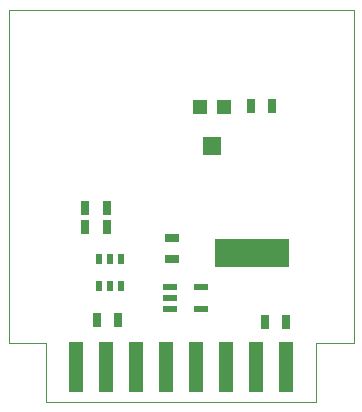
<source format=gbp>
G75*
%MOIN*%
%OFA0B0*%
%FSLAX25Y25*%
%IPPOS*%
%LPD*%
%AMOC8*
5,1,8,0,0,1.08239X$1,22.5*
%
%ADD10C,0.00000*%
%ADD11R,0.05000X0.16535*%
%ADD12R,0.02362X0.03543*%
%ADD13R,0.05000X0.02500*%
%ADD14R,0.09000X0.09600*%
%ADD15R,0.05906X0.06299*%
%ADD16R,0.04724X0.04724*%
%ADD17R,0.03150X0.04724*%
%ADD18R,0.04724X0.02165*%
%ADD19R,0.04724X0.03150*%
D10*
X0014071Y0001984D02*
X0014071Y0021669D01*
X0001591Y0021669D01*
X0001591Y0132693D01*
X0116551Y0132693D01*
X0116551Y0021669D01*
X0104071Y0021669D01*
X0104071Y0001984D01*
X0014071Y0001984D01*
D11*
X0024071Y0013717D03*
X0034071Y0013717D03*
X0044071Y0013717D03*
X0054071Y0013717D03*
X0064071Y0013717D03*
X0074071Y0013717D03*
X0084071Y0013717D03*
X0094071Y0013717D03*
D12*
X0039031Y0040764D03*
X0035291Y0040764D03*
X0031551Y0040764D03*
X0031551Y0049819D03*
X0035291Y0049819D03*
X0039031Y0049819D03*
D13*
X0074819Y0049674D03*
X0074819Y0053507D03*
X0082693Y0053507D03*
X0082693Y0049674D03*
X0090567Y0049674D03*
X0090567Y0053507D03*
D14*
X0090567Y0051591D03*
X0082693Y0051591D03*
X0074819Y0051591D03*
D15*
X0069307Y0087417D03*
D16*
X0065370Y0100508D03*
X0073244Y0100508D03*
D17*
X0082299Y0100803D03*
X0089386Y0100803D03*
X0034268Y0066551D03*
X0034268Y0060252D03*
X0027181Y0060252D03*
X0027181Y0066551D03*
X0030921Y0029543D03*
X0038008Y0029543D03*
X0087024Y0028756D03*
X0094110Y0028756D03*
D18*
X0065764Y0032890D03*
X0065764Y0040370D03*
X0055527Y0040370D03*
X0055527Y0036630D03*
X0055527Y0032890D03*
D19*
X0055921Y0049622D03*
X0055921Y0056709D03*
M02*

</source>
